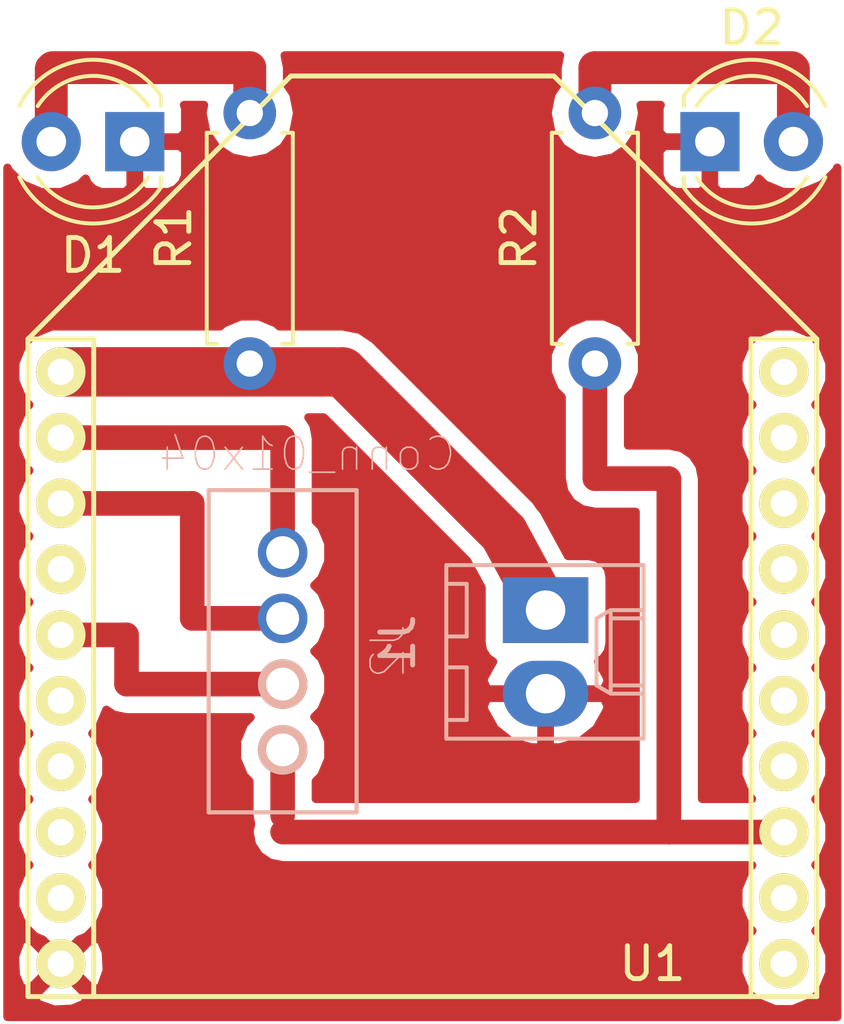
<source format=kicad_pcb>
(kicad_pcb (version 4) (host pcbnew 4.0.7-e2-6376~58~ubuntu16.04.1)

  (general
    (links 12)
    (no_connects 0)
    (area 0 0 0 0)
    (thickness 1.6)
    (drawings 5)
    (tracks 31)
    (zones 0)
    (modules 7)
    (nets 9)
  )

  (page A4)
  (layers
    (0 F.Cu signal)
    (31 B.Cu signal)
    (32 B.Adhes user)
    (33 F.Adhes user)
    (34 B.Paste user)
    (35 F.Paste user)
    (36 B.SilkS user)
    (37 F.SilkS user)
    (38 B.Mask user)
    (39 F.Mask user)
    (40 Dwgs.User user)
    (41 Cmts.User user)
    (42 Eco1.User user)
    (43 Eco2.User user)
    (44 Edge.Cuts user)
    (45 Margin user)
    (46 B.CrtYd user)
    (47 F.CrtYd user)
    (48 B.Fab user)
    (49 F.Fab user)
  )

  (setup
    (last_trace_width 0.75)
    (trace_clearance 0.25)
    (zone_clearance 0.508)
    (zone_45_only no)
    (trace_min 0.2)
    (segment_width 0.2)
    (edge_width 0.15)
    (via_size 0.6)
    (via_drill 0.4)
    (via_min_size 0.4)
    (via_min_drill 0.3)
    (uvia_size 0.3)
    (uvia_drill 0.1)
    (uvias_allowed no)
    (uvia_min_size 0.2)
    (uvia_min_drill 0.1)
    (pcb_text_width 0.3)
    (pcb_text_size 1.5 1.5)
    (mod_edge_width 0.15)
    (mod_text_size 1 1)
    (mod_text_width 0.15)
    (pad_size 1.524 1.524)
    (pad_drill 0.762)
    (pad_to_mask_clearance 0.2)
    (aux_axis_origin 0 0)
    (visible_elements FFFFFF7F)
    (pcbplotparams
      (layerselection 0x00030_80000001)
      (usegerberextensions false)
      (excludeedgelayer true)
      (linewidth 0.100000)
      (plotframeref false)
      (viasonmask false)
      (mode 1)
      (useauxorigin false)
      (hpglpennumber 1)
      (hpglpenspeed 20)
      (hpglpendiameter 15)
      (hpglpenoverlay 2)
      (psnegative false)
      (psa4output false)
      (plotreference true)
      (plotvalue true)
      (plotinvisibletext false)
      (padsonsilk false)
      (subtractmaskfromsilk false)
      (outputformat 1)
      (mirror false)
      (drillshape 1)
      (scaleselection 1)
      (outputdirectory ""))
  )

  (net 0 "")
  (net 1 GND)
  (net 2 "Net-(D1-Pad2)")
  (net 3 "Net-(D2-Pad2)")
  (net 4 +3V3)
  (net 5 /ON)
  (net 6 /nRESET)
  (net 7 /RX)
  (net 8 /TX)

  (net_class Default "This is the default net class."
    (clearance 0.25)
    (trace_width 0.75)
    (via_dia 0.6)
    (via_drill 0.4)
    (uvia_dia 0.3)
    (uvia_drill 0.1)
    (add_net /ON)
    (add_net /RX)
    (add_net /TX)
    (add_net /nRESET)
    (add_net "Net-(D1-Pad2)")
    (add_net "Net-(D2-Pad2)")
  )

  (net_class PWR ""
    (clearance 0.25)
    (trace_width 1.5)
    (via_dia 0.6)
    (via_drill 0.4)
    (uvia_dia 0.3)
    (uvia_drill 0.1)
    (add_net +3V3)
    (add_net GND)
  )

  (module LEDs:LED_D4.0mm locked (layer F.Cu) (tedit 587A3A7B) (tstamp 5A05D018)
    (at 150.75 98 180)
    (descr "LED, diameter 4.0mm, 2 pins, http://www.kingbright.com/attachments/file/psearch/000/00/00/L-43GD(Ver.12B).pdf")
    (tags "LED diameter 4.0mm 2 pins")
    (path /5A05C8B2)
    (fp_text reference D1 (at 1.27 -3.46 180) (layer F.SilkS)
      (effects (font (size 1 1) (thickness 0.15)))
    )
    (fp_text value LED (at 1.27 3.46 180) (layer F.Fab)
      (effects (font (size 1 1) (thickness 0.15)))
    )
    (fp_arc (start 1.27 0) (end -0.73 -1.32665) (angle 292.9) (layer F.Fab) (width 0.1))
    (fp_arc (start 1.27 0) (end -0.79 -1.398749) (angle 120.1) (layer F.SilkS) (width 0.12))
    (fp_arc (start 1.27 0) (end -0.79 1.398749) (angle -120.1) (layer F.SilkS) (width 0.12))
    (fp_arc (start 1.27 0) (end -0.41333 -1.08) (angle 114.6) (layer F.SilkS) (width 0.12))
    (fp_arc (start 1.27 0) (end -0.41333 1.08) (angle -114.6) (layer F.SilkS) (width 0.12))
    (fp_circle (center 1.27 0) (end 3.27 0) (layer F.Fab) (width 0.1))
    (fp_line (start -0.73 -1.32665) (end -0.73 1.32665) (layer F.Fab) (width 0.1))
    (fp_line (start -0.79 -1.399) (end -0.79 -1.08) (layer F.SilkS) (width 0.12))
    (fp_line (start -0.79 1.08) (end -0.79 1.399) (layer F.SilkS) (width 0.12))
    (fp_line (start -1.45 -2.75) (end -1.45 2.75) (layer F.CrtYd) (width 0.05))
    (fp_line (start -1.45 2.75) (end 4 2.75) (layer F.CrtYd) (width 0.05))
    (fp_line (start 4 2.75) (end 4 -2.75) (layer F.CrtYd) (width 0.05))
    (fp_line (start 4 -2.75) (end -1.45 -2.75) (layer F.CrtYd) (width 0.05))
    (pad 1 thru_hole rect (at 0 0 180) (size 1.8 1.8) (drill 0.9) (layers *.Cu *.Mask)
      (net 1 GND))
    (pad 2 thru_hole circle (at 2.54 0 180) (size 1.8 1.8) (drill 0.9) (layers *.Cu *.Mask)
      (net 2 "Net-(D1-Pad2)"))
    (model ${KISYS3DMOD}/LEDs.3dshapes/LED_D4.0mm.wrl
      (at (xyz 0 0 0))
      (scale (xyz 0.393701 0.393701 0.393701))
      (rotate (xyz 0 0 0))
    )
  )

  (module LEDs:LED_D4.0mm (layer F.Cu) (tedit 587A3A7B) (tstamp 5A05D01E)
    (at 168.25 98)
    (descr "LED, diameter 4.0mm, 2 pins, http://www.kingbright.com/attachments/file/psearch/000/00/00/L-43GD(Ver.12B).pdf")
    (tags "LED diameter 4.0mm 2 pins")
    (path /5A05C819)
    (fp_text reference D2 (at 1.27 -3.46) (layer F.SilkS)
      (effects (font (size 1 1) (thickness 0.15)))
    )
    (fp_text value LED (at 1.27 3.46) (layer F.Fab)
      (effects (font (size 1 1) (thickness 0.15)))
    )
    (fp_arc (start 1.27 0) (end -0.73 -1.32665) (angle 292.9) (layer F.Fab) (width 0.1))
    (fp_arc (start 1.27 0) (end -0.79 -1.398749) (angle 120.1) (layer F.SilkS) (width 0.12))
    (fp_arc (start 1.27 0) (end -0.79 1.398749) (angle -120.1) (layer F.SilkS) (width 0.12))
    (fp_arc (start 1.27 0) (end -0.41333 -1.08) (angle 114.6) (layer F.SilkS) (width 0.12))
    (fp_arc (start 1.27 0) (end -0.41333 1.08) (angle -114.6) (layer F.SilkS) (width 0.12))
    (fp_circle (center 1.27 0) (end 3.27 0) (layer F.Fab) (width 0.1))
    (fp_line (start -0.73 -1.32665) (end -0.73 1.32665) (layer F.Fab) (width 0.1))
    (fp_line (start -0.79 -1.399) (end -0.79 -1.08) (layer F.SilkS) (width 0.12))
    (fp_line (start -0.79 1.08) (end -0.79 1.399) (layer F.SilkS) (width 0.12))
    (fp_line (start -1.45 -2.75) (end -1.45 2.75) (layer F.CrtYd) (width 0.05))
    (fp_line (start -1.45 2.75) (end 4 2.75) (layer F.CrtYd) (width 0.05))
    (fp_line (start 4 2.75) (end 4 -2.75) (layer F.CrtYd) (width 0.05))
    (fp_line (start 4 -2.75) (end -1.45 -2.75) (layer F.CrtYd) (width 0.05))
    (pad 1 thru_hole rect (at 0 0) (size 1.8 1.8) (drill 0.9) (layers *.Cu *.Mask)
      (net 1 GND))
    (pad 2 thru_hole circle (at 2.54 0) (size 1.8 1.8) (drill 0.9) (layers *.Cu *.Mask)
      (net 3 "Net-(D2-Pad2)"))
    (model ${KISYS3DMOD}/LEDs.3dshapes/LED_D4.0mm.wrl
      (at (xyz 0 0 0))
      (scale (xyz 0.393701 0.393701 0.393701))
      (rotate (xyz 0 0 0))
    )
  )

  (module Connectors_Molex:Molex_KK-6410-02_02x2.54mm_Straight (layer B.Cu) (tedit 5A05D39D) (tstamp 5A05D024)
    (at 163.25 112.25 270)
    (descr "Connector Headers with Friction Lock, 22-27-2021, http://www.molex.com/pdm_docs/sd/022272021_sd.pdf")
    (tags "connector molex kk_6410 22-27-2021")
    (path /5A05C6D4)
    (fp_text reference J1 (at 1 4.5 270) (layer B.SilkS)
      (effects (font (size 1 1) (thickness 0.15)) (justify mirror))
    )
    (fp_text value Conn_01x02 (at -3.25 0.25 540) (layer B.Fab)
      (effects (font (size 1 1) (thickness 0.15)) (justify mirror))
    )
    (fp_line (start -1.47 3.12) (end -1.47 -3.08) (layer B.Fab) (width 0.12))
    (fp_line (start -1.47 -3.08) (end 4.01 -3.08) (layer B.Fab) (width 0.12))
    (fp_line (start 4.01 -3.08) (end 4.01 3.12) (layer B.Fab) (width 0.12))
    (fp_line (start 4.01 3.12) (end -1.47 3.12) (layer B.Fab) (width 0.12))
    (fp_line (start -1.37 3.02) (end -1.37 -2.98) (layer B.SilkS) (width 0.12))
    (fp_line (start -1.37 -2.98) (end 3.91 -2.98) (layer B.SilkS) (width 0.12))
    (fp_line (start 3.91 -2.98) (end 3.91 3.02) (layer B.SilkS) (width 0.12))
    (fp_line (start 3.91 3.02) (end -1.37 3.02) (layer B.SilkS) (width 0.12))
    (fp_line (start 0 -2.98) (end 0 -1.98) (layer B.SilkS) (width 0.12))
    (fp_line (start 0 -1.98) (end 2.54 -1.98) (layer B.SilkS) (width 0.12))
    (fp_line (start 2.54 -1.98) (end 2.54 -2.98) (layer B.SilkS) (width 0.12))
    (fp_line (start 0 -1.98) (end 0.25 -1.55) (layer B.SilkS) (width 0.12))
    (fp_line (start 0.25 -1.55) (end 2.29 -1.55) (layer B.SilkS) (width 0.12))
    (fp_line (start 2.29 -1.55) (end 2.54 -1.98) (layer B.SilkS) (width 0.12))
    (fp_line (start 0.25 -2.98) (end 0.25 -1.98) (layer B.SilkS) (width 0.12))
    (fp_line (start 2.29 -2.98) (end 2.29 -1.98) (layer B.SilkS) (width 0.12))
    (fp_line (start -0.8 3.02) (end -0.8 2.4) (layer B.SilkS) (width 0.12))
    (fp_line (start -0.8 2.4) (end 0.8 2.4) (layer B.SilkS) (width 0.12))
    (fp_line (start 0.8 2.4) (end 0.8 3.02) (layer B.SilkS) (width 0.12))
    (fp_line (start 1.74 3.02) (end 1.74 2.4) (layer B.SilkS) (width 0.12))
    (fp_line (start 1.74 2.4) (end 3.34 2.4) (layer B.SilkS) (width 0.12))
    (fp_line (start 3.34 2.4) (end 3.34 3.02) (layer B.SilkS) (width 0.12))
    (fp_line (start -1.9 -3.5) (end -1.9 3.55) (layer B.CrtYd) (width 0.05))
    (fp_line (start -1.9 3.55) (end 4.45 3.55) (layer B.CrtYd) (width 0.05))
    (fp_line (start 4.45 3.55) (end 4.45 -3.5) (layer B.CrtYd) (width 0.05))
    (fp_line (start 4.45 -3.5) (end -1.9 -3.5) (layer B.CrtYd) (width 0.05))
    (fp_text user %R (at 1.27 0 270) (layer B.Fab)
      (effects (font (size 1 1) (thickness 0.15)) (justify mirror))
    )
    (pad 1 thru_hole rect (at 0 0 270) (size 2 2.6) (drill 1.2) (layers *.Cu *.Mask)
      (net 4 +3V3))
    (pad 2 thru_hole oval (at 2.54 0 270) (size 2 2.6) (drill 1.2) (layers *.Cu *.Mask)
      (net 1 GND))
    (model ${KISYS3DMOD}/Connectors_Molex.3dshapes/Molex_KK-6410-02_02x2.54mm_Straight.wrl
      (at (xyz 0 0 0))
      (scale (xyz 1 1 1))
      (rotate (xyz 0 0 0))
    )
  )

  (module ecoPlanos_custom:JST_PHR-4 (layer B.Cu) (tedit 5A05D3A6) (tstamp 5A05D02C)
    (at 155.25 113.5 90)
    (path /5A05C721)
    (solder_mask_margin 0.1)
    (fp_text reference J2 (at 0 3.2 90) (layer B.SilkS)
      (effects (font (size 1 1) (thickness 0.05)) (justify mirror))
    )
    (fp_text value Conn_01x04 (at 6 0.75 360) (layer B.SilkS)
      (effects (font (size 1 1) (thickness 0.05)) (justify mirror))
    )
    (fp_line (start -4.9 2.25) (end 4.9 2.25) (layer B.SilkS) (width 0.127))
    (fp_line (start 4.9 2.25) (end 4.9 -2.25) (layer B.SilkS) (width 0.127))
    (fp_line (start 4.9 -2.25) (end -4.9 -2.25) (layer B.SilkS) (width 0.127))
    (fp_line (start -4.9 -2.25) (end -4.9 2.25) (layer B.SilkS) (width 0.127))
    (fp_line (start -5.25 2.5) (end 5.25 2.5) (layer Dwgs.User) (width 0.127))
    (fp_line (start 5.25 2.5) (end 5.25 -2.5) (layer Dwgs.User) (width 0.127))
    (fp_line (start 5.25 -2.5) (end -5.25 -2.5) (layer Dwgs.User) (width 0.127))
    (fp_line (start -5.25 -2.5) (end -5.25 2.5) (layer Dwgs.User) (width 0.127))
    (pad 1 thru_hole circle (at -3 0) (size 1.508 1.508) (drill 1) (layers *.Cu *.Mask B.SilkS)
      (net 5 /ON) (solder_mask_margin 0.2))
    (pad 2 thru_hole circle (at -1 0) (size 1.508 1.508) (drill 1) (layers *.Cu *.Mask B.SilkS)
      (net 6 /nRESET) (solder_mask_margin 0.2))
    (pad 3 thru_hole circle (at 1 0 90) (size 1.508 1.508) (drill 1) (layers *.Cu *.Mask)
      (net 7 /RX))
    (pad 4 thru_hole circle (at 3 0 90) (size 1.508 1.508) (drill 1) (layers *.Cu *.Mask)
      (net 8 /TX))
  )

  (module Resistors_THT:R_Axial_DIN0207_L6.3mm_D2.5mm_P7.62mm_Horizontal (layer F.Cu) (tedit 5874F706) (tstamp 5A05D032)
    (at 154.25 104.75 90)
    (descr "Resistor, Axial_DIN0207 series, Axial, Horizontal, pin pitch=7.62mm, 0.25W = 1/4W, length*diameter=6.3*2.5mm^2, http://cdn-reichelt.de/documents/datenblatt/B400/1_4W%23YAG.pdf")
    (tags "Resistor Axial_DIN0207 series Axial Horizontal pin pitch 7.62mm 0.25W = 1/4W length 6.3mm diameter 2.5mm")
    (path /5A05C9A8)
    (fp_text reference R1 (at 3.81 -2.31 90) (layer F.SilkS)
      (effects (font (size 1 1) (thickness 0.15)))
    )
    (fp_text value R (at 3.81 2.31 90) (layer F.Fab)
      (effects (font (size 1 1) (thickness 0.15)))
    )
    (fp_line (start 0.66 -1.25) (end 0.66 1.25) (layer F.Fab) (width 0.1))
    (fp_line (start 0.66 1.25) (end 6.96 1.25) (layer F.Fab) (width 0.1))
    (fp_line (start 6.96 1.25) (end 6.96 -1.25) (layer F.Fab) (width 0.1))
    (fp_line (start 6.96 -1.25) (end 0.66 -1.25) (layer F.Fab) (width 0.1))
    (fp_line (start 0 0) (end 0.66 0) (layer F.Fab) (width 0.1))
    (fp_line (start 7.62 0) (end 6.96 0) (layer F.Fab) (width 0.1))
    (fp_line (start 0.6 -0.98) (end 0.6 -1.31) (layer F.SilkS) (width 0.12))
    (fp_line (start 0.6 -1.31) (end 7.02 -1.31) (layer F.SilkS) (width 0.12))
    (fp_line (start 7.02 -1.31) (end 7.02 -0.98) (layer F.SilkS) (width 0.12))
    (fp_line (start 0.6 0.98) (end 0.6 1.31) (layer F.SilkS) (width 0.12))
    (fp_line (start 0.6 1.31) (end 7.02 1.31) (layer F.SilkS) (width 0.12))
    (fp_line (start 7.02 1.31) (end 7.02 0.98) (layer F.SilkS) (width 0.12))
    (fp_line (start -1.05 -1.6) (end -1.05 1.6) (layer F.CrtYd) (width 0.05))
    (fp_line (start -1.05 1.6) (end 8.7 1.6) (layer F.CrtYd) (width 0.05))
    (fp_line (start 8.7 1.6) (end 8.7 -1.6) (layer F.CrtYd) (width 0.05))
    (fp_line (start 8.7 -1.6) (end -1.05 -1.6) (layer F.CrtYd) (width 0.05))
    (pad 1 thru_hole circle (at 0 0 90) (size 1.6 1.6) (drill 0.8) (layers *.Cu *.Mask)
      (net 4 +3V3))
    (pad 2 thru_hole oval (at 7.62 0 90) (size 1.6 1.6) (drill 0.8) (layers *.Cu *.Mask)
      (net 2 "Net-(D1-Pad2)"))
    (model ${KISYS3DMOD}/Resistors_THT.3dshapes/R_Axial_DIN0207_L6.3mm_D2.5mm_P7.62mm_Horizontal.wrl
      (at (xyz 0 0 0))
      (scale (xyz 0.393701 0.393701 0.393701))
      (rotate (xyz 0 0 0))
    )
  )

  (module Resistors_THT:R_Axial_DIN0207_L6.3mm_D2.5mm_P7.62mm_Horizontal locked (layer F.Cu) (tedit 5874F706) (tstamp 5A05D038)
    (at 164.75 104.75 90)
    (descr "Resistor, Axial_DIN0207 series, Axial, Horizontal, pin pitch=7.62mm, 0.25W = 1/4W, length*diameter=6.3*2.5mm^2, http://cdn-reichelt.de/documents/datenblatt/B400/1_4W%23YAG.pdf")
    (tags "Resistor Axial_DIN0207 series Axial Horizontal pin pitch 7.62mm 0.25W = 1/4W length 6.3mm diameter 2.5mm")
    (path /5A05C933)
    (fp_text reference R2 (at 3.81 -2.31 90) (layer F.SilkS)
      (effects (font (size 1 1) (thickness 0.15)))
    )
    (fp_text value R (at 3.81 2.31 90) (layer F.Fab)
      (effects (font (size 1 1) (thickness 0.15)))
    )
    (fp_line (start 0.66 -1.25) (end 0.66 1.25) (layer F.Fab) (width 0.1))
    (fp_line (start 0.66 1.25) (end 6.96 1.25) (layer F.Fab) (width 0.1))
    (fp_line (start 6.96 1.25) (end 6.96 -1.25) (layer F.Fab) (width 0.1))
    (fp_line (start 6.96 -1.25) (end 0.66 -1.25) (layer F.Fab) (width 0.1))
    (fp_line (start 0 0) (end 0.66 0) (layer F.Fab) (width 0.1))
    (fp_line (start 7.62 0) (end 6.96 0) (layer F.Fab) (width 0.1))
    (fp_line (start 0.6 -0.98) (end 0.6 -1.31) (layer F.SilkS) (width 0.12))
    (fp_line (start 0.6 -1.31) (end 7.02 -1.31) (layer F.SilkS) (width 0.12))
    (fp_line (start 7.02 -1.31) (end 7.02 -0.98) (layer F.SilkS) (width 0.12))
    (fp_line (start 0.6 0.98) (end 0.6 1.31) (layer F.SilkS) (width 0.12))
    (fp_line (start 0.6 1.31) (end 7.02 1.31) (layer F.SilkS) (width 0.12))
    (fp_line (start 7.02 1.31) (end 7.02 0.98) (layer F.SilkS) (width 0.12))
    (fp_line (start -1.05 -1.6) (end -1.05 1.6) (layer F.CrtYd) (width 0.05))
    (fp_line (start -1.05 1.6) (end 8.7 1.6) (layer F.CrtYd) (width 0.05))
    (fp_line (start 8.7 1.6) (end 8.7 -1.6) (layer F.CrtYd) (width 0.05))
    (fp_line (start 8.7 -1.6) (end -1.05 -1.6) (layer F.CrtYd) (width 0.05))
    (pad 1 thru_hole circle (at 0 0 90) (size 1.6 1.6) (drill 0.8) (layers *.Cu *.Mask)
      (net 5 /ON))
    (pad 2 thru_hole oval (at 7.62 0 90) (size 1.6 1.6) (drill 0.8) (layers *.Cu *.Mask)
      (net 3 "Net-(D2-Pad2)"))
    (model ${KISYS3DMOD}/Resistors_THT.3dshapes/R_Axial_DIN0207_L6.3mm_D2.5mm_P7.62mm_Horizontal.wrl
      (at (xyz 0 0 0))
      (scale (xyz 0.393701 0.393701 0.393701))
      (rotate (xyz 0 0 0))
    )
  )

  (module unchecked:XBEE (layer F.Cu) (tedit 5590533B) (tstamp 5A05D050)
    (at 148.5011 105.0036)
    (path /5A05AB64)
    (fp_text reference U1 (at 18 18) (layer F.SilkS)
      (effects (font (size 1 1) (thickness 0.15)))
    )
    (fp_text value XBEE (at 3 18) (layer F.Fab)
      (effects (font (size 1 1) (thickness 0.15)))
    )
    (fp_line (start 21 19) (end 21 -1) (layer F.SilkS) (width 0.15))
    (fp_line (start 21 -1) (end 23 -1) (layer F.SilkS) (width 0.15))
    (fp_line (start 1 19) (end 1 -1) (layer F.SilkS) (width 0.15))
    (fp_line (start 1 -1) (end -1 -1) (layer F.SilkS) (width 0.15))
    (fp_line (start -1 19) (end -1 -1) (layer F.SilkS) (width 0.15))
    (fp_line (start -1 -1) (end 7 -9) (layer F.SilkS) (width 0.15))
    (fp_line (start 7 -9) (end 15 -9) (layer F.SilkS) (width 0.15))
    (fp_line (start -1 19) (end 23 19) (layer F.SilkS) (width 0.15))
    (fp_line (start 23 19) (end 23 -1) (layer F.SilkS) (width 0.15))
    (fp_line (start 23 -1) (end 15 -9) (layer F.SilkS) (width 0.15))
    (pad 1 thru_hole circle (at 0 0) (size 1.5 1.5) (drill 0.8) (layers *.Cu *.Mask F.SilkS)
      (net 4 +3V3))
    (pad 2 thru_hole circle (at 0 2) (size 1.5 1.5) (drill 0.8) (layers *.Cu *.Mask F.SilkS)
      (net 8 /TX))
    (pad 3 thru_hole circle (at 0 4) (size 1.5 1.5) (drill 0.8) (layers *.Cu *.Mask F.SilkS)
      (net 7 /RX))
    (pad 4 thru_hole circle (at 0 6) (size 1.5 1.5) (drill 0.8) (layers *.Cu *.Mask F.SilkS))
    (pad 5 thru_hole circle (at 0 8) (size 1.5 1.5) (drill 0.8) (layers *.Cu *.Mask F.SilkS)
      (net 6 /nRESET))
    (pad 6 thru_hole circle (at 0 10) (size 1.5 1.5) (drill 0.8) (layers *.Cu *.Mask F.SilkS))
    (pad 7 thru_hole circle (at 0 12) (size 1.5 1.5) (drill 0.8) (layers *.Cu *.Mask F.SilkS))
    (pad 8 thru_hole circle (at 0 14) (size 1.5 1.5) (drill 0.8) (layers *.Cu *.Mask F.SilkS))
    (pad 9 thru_hole circle (at 0 16) (size 1.5 1.5) (drill 0.8) (layers *.Cu *.Mask F.SilkS))
    (pad 10 thru_hole circle (at 0 18) (size 1.5 1.5) (drill 0.8) (layers *.Cu *.Mask F.SilkS)
      (net 1 GND))
    (pad 11 thru_hole circle (at 22 18) (size 1.5 1.5) (drill 0.8) (layers *.Cu *.Mask F.SilkS))
    (pad 12 thru_hole circle (at 22 16) (size 1.5 1.5) (drill 0.8) (layers *.Cu *.Mask F.SilkS))
    (pad 13 thru_hole circle (at 22 14) (size 1.5 1.5) (drill 0.8) (layers *.Cu *.Mask F.SilkS)
      (net 5 /ON))
    (pad 14 thru_hole circle (at 22 12) (size 1.5 1.5) (drill 0.8) (layers *.Cu *.Mask F.SilkS))
    (pad 15 thru_hole circle (at 22 10) (size 1.5 1.5) (drill 0.8) (layers *.Cu *.Mask F.SilkS))
    (pad 16 thru_hole circle (at 22 8) (size 1.5 1.5) (drill 0.8) (layers *.Cu *.Mask F.SilkS))
    (pad 17 thru_hole circle (at 22 6) (size 1.5 1.5) (drill 0.8) (layers *.Cu *.Mask F.SilkS))
    (pad 18 thru_hole circle (at 22 4) (size 1.5 1.5) (drill 0.8) (layers *.Cu *.Mask F.SilkS))
    (pad 19 thru_hole circle (at 22 2) (size 1.5 1.5) (drill 0.8) (layers *.Cu *.Mask F.SilkS))
    (pad 20 thru_hole circle (at 22 0) (size 1.5 1.5) (drill 0.8) (layers *.Cu *.Mask F.SilkS))
  )

  (gr_line (start 172.25 95.25) (end 146.75 95.25) (angle 90) (layer Margin) (width 0.2))
  (gr_line (start 172.25 124.75) (end 157.25 124.75) (angle 90) (layer Margin) (width 0.2))
  (gr_line (start 172.25 95.25) (end 172.25 124.75) (angle 90) (layer Margin) (width 0.2))
  (gr_line (start 146.75 124.75) (end 146.75 95.25) (angle 90) (layer Margin) (width 0.2))
  (gr_line (start 157.25 124.75) (end 146.75 124.75) (angle 90) (layer Margin) (width 0.2))

  (segment (start 154.25 95.75) (end 154.25 97.13) (width 1) (layer F.Cu) (net 2) (tstamp 5A05D4FA))
  (segment (start 148.25 95.75) (end 154.25 95.75) (width 1) (layer F.Cu) (net 2) (tstamp 5A05D4F9))
  (segment (start 148.21 95.79) (end 148.25 95.75) (width 0.25) (layer F.Cu) (net 2) (tstamp 5A05D4F8))
  (segment (start 148.21 98) (end 148.21 95.79) (width 1) (layer F.Cu) (net 2))
  (segment (start 164.75 95.75) (end 164.75 97.13) (width 1) (layer F.Cu) (net 3) (tstamp 5A05D4F5))
  (segment (start 170.75 95.75) (end 164.75 95.75) (width 1) (layer F.Cu) (net 3) (tstamp 5A05D4F4))
  (segment (start 170.79 95.79) (end 170.75 95.75) (width 0.25) (layer F.Cu) (net 3) (tstamp 5A05D4F3))
  (segment (start 170.79 98) (end 170.79 95.79) (width 1) (layer F.Cu) (net 3))
  (segment (start 148.5011 105.0036) (end 157.0736 105.0036) (width 1.5) (layer F.Cu) (net 4) (status 400000))
  (segment (start 161.98 109.91) (end 163.25 112.25) (width 1.5) (layer F.Cu) (net 4) (tstamp 5A0CEFAB) (status 800000))
  (segment (start 157.0736 105.0036) (end 161.98 109.91) (width 1.5) (layer F.Cu) (net 4) (tstamp 5A0CEF96))
  (segment (start 153.9964 105.0036) (end 154.25 104.75) (width 0.25) (layer F.Cu) (net 4) (tstamp 5A05D4DE))
  (segment (start 148.5011 105.0036) (end 153.9964 105.0036) (width 1.5) (layer F.Cu) (net 4))
  (segment (start 167 108.25) (end 167 119) (width 0.75) (layer F.Cu) (net 5) (tstamp 5A05D566))
  (segment (start 164.75 108.25) (end 167 108.25) (width 0.75) (layer F.Cu) (net 5) (tstamp 5A05D565))
  (segment (start 164.75 104.75) (end 164.75 108.25) (width 0.75) (layer F.Cu) (net 5))
  (segment (start 167 119) (end 169.9975 119) (width 0.75) (layer F.Cu) (net 5) (tstamp 5A05D569))
  (segment (start 155.25 119) (end 167 119) (width 0.75) (layer F.Cu) (net 5) (tstamp 5A05D4EC))
  (segment (start 155.25 118.5) (end 155.25 119) (width 0.25) (layer F.Cu) (net 5) (tstamp 5A05D4EB))
  (segment (start 155.25 116.5) (end 155.25 118.5) (width 0.75) (layer F.Cu) (net 5))
  (segment (start 150.4964 113.0036) (end 148.5011 113.0036) (width 0.75) (layer F.Cu) (net 6) (tstamp 5A05D4E8))
  (segment (start 150.5 113) (end 150.4964 113.0036) (width 0.25) (layer F.Cu) (net 6) (tstamp 5A05D4E7))
  (segment (start 150.5 114.5) (end 150.5 113) (width 0.75) (layer F.Cu) (net 6) (tstamp 5A05D4E6))
  (segment (start 155.25 114.5) (end 150.5 114.5) (width 0.75) (layer F.Cu) (net 6))
  (segment (start 152.4964 109.0036) (end 148.5011 109.0036) (width 0.75) (layer F.Cu) (net 7) (tstamp 5A05D4E3))
  (segment (start 152.5 109) (end 152.4964 109.0036) (width 0.25) (layer F.Cu) (net 7) (tstamp 5A05D4E2))
  (segment (start 152.5 112.5) (end 152.5 109) (width 0.75) (layer F.Cu) (net 7) (tstamp 5A05D4E1))
  (segment (start 155.25 112.5) (end 152.5 112.5) (width 0.75) (layer F.Cu) (net 7))
  (segment (start 155.2464 107.0036) (end 148.5011 107.0036) (width 0.75) (layer F.Cu) (net 8) (tstamp 5A05D4DB))
  (segment (start 155.25 107) (end 155.2464 107.0036) (width 0.25) (layer F.Cu) (net 8) (tstamp 5A05D4DA))
  (segment (start 155.25 110.5) (end 155.25 107) (width 0.75) (layer F.Cu) (net 8))

  (zone (net 1) (net_name GND) (layer F.Cu) (tstamp 5A05D56B) (hatch edge 0.508)
    (connect_pads (clearance 0.508))
    (min_thickness 0.254)
    (fill yes (arc_segments 16) (thermal_gap 0.508) (thermal_bridge_width 0.508))
    (polygon
      (pts
        (xy 146.75 95.25) (xy 172.25 95.25) (xy 172.25 124.75) (xy 146.75 124.75)
      )
    )
    (filled_polygon
      (pts
        (xy 163.615 95.75) (xy 163.615 96.267233) (xy 163.424233 96.552736) (xy 163.315 97.101887) (xy 163.315 97.158113)
        (xy 163.424233 97.707264) (xy 163.735302 98.172811) (xy 164.200849 98.48388) (xy 164.75 98.593113) (xy 165.299151 98.48388)
        (xy 165.595673 98.28575) (xy 166.715 98.28575) (xy 166.715 99.02631) (xy 166.811673 99.259699) (xy 166.990302 99.438327)
        (xy 167.223691 99.535) (xy 167.96425 99.535) (xy 168.123 99.37625) (xy 168.123 98.127) (xy 166.87375 98.127)
        (xy 166.715 98.28575) (xy 165.595673 98.28575) (xy 165.764698 98.172811) (xy 166.075767 97.707264) (xy 166.185 97.158113)
        (xy 166.185 97.101887) (xy 166.141858 96.885) (xy 166.751737 96.885) (xy 166.715 96.97369) (xy 166.715 97.71425)
        (xy 166.87375 97.873) (xy 168.123 97.873) (xy 168.123 97.853) (xy 168.377 97.853) (xy 168.377 97.873)
        (xy 168.397 97.873) (xy 168.397 98.127) (xy 168.377 98.127) (xy 168.377 99.37625) (xy 168.53575 99.535)
        (xy 169.276309 99.535) (xy 169.509698 99.438327) (xy 169.688327 99.259699) (xy 169.744119 99.125006) (xy 169.919357 99.300551)
        (xy 170.48333 99.534733) (xy 171.093991 99.535265) (xy 171.658371 99.302068) (xy 172.090551 98.870643) (xy 172.123 98.792497)
        (xy 172.123 124.623) (xy 146.877 124.623) (xy 146.877 123.975117) (xy 147.709188 123.975117) (xy 147.777177 124.21606)
        (xy 148.296271 124.400801) (xy 148.846548 124.37283) (xy 149.225023 124.21606) (xy 149.293012 123.975117) (xy 148.5011 123.183205)
        (xy 147.709188 123.975117) (xy 146.877 123.975117) (xy 146.877 122.798771) (xy 147.103899 122.798771) (xy 147.13187 123.349048)
        (xy 147.28864 123.727523) (xy 147.529583 123.795512) (xy 148.321495 123.0036) (xy 148.680705 123.0036) (xy 149.472617 123.795512)
        (xy 149.71356 123.727523) (xy 149.898301 123.208429) (xy 149.87033 122.658152) (xy 149.71356 122.279677) (xy 149.472617 122.211688)
        (xy 148.680705 123.0036) (xy 148.321495 123.0036) (xy 147.529583 122.211688) (xy 147.28864 122.279677) (xy 147.103899 122.798771)
        (xy 146.877 122.798771) (xy 146.877 105.277885) (xy 147.11586 105.277885) (xy 147.326269 105.787115) (xy 147.542413 106.003636)
        (xy 147.327639 106.218036) (xy 147.116341 106.726898) (xy 147.11586 107.277885) (xy 147.326269 107.787115) (xy 147.542413 108.003636)
        (xy 147.327639 108.218036) (xy 147.116341 108.726898) (xy 147.11586 109.277885) (xy 147.326269 109.787115) (xy 147.542413 110.003636)
        (xy 147.327639 110.218036) (xy 147.116341 110.726898) (xy 147.11586 111.277885) (xy 147.326269 111.787115) (xy 147.542413 112.003636)
        (xy 147.327639 112.218036) (xy 147.116341 112.726898) (xy 147.11586 113.277885) (xy 147.326269 113.787115) (xy 147.542413 114.003636)
        (xy 147.327639 114.218036) (xy 147.116341 114.726898) (xy 147.11586 115.277885) (xy 147.326269 115.787115) (xy 147.542413 116.003636)
        (xy 147.327639 116.218036) (xy 147.116341 116.726898) (xy 147.11586 117.277885) (xy 147.326269 117.787115) (xy 147.542413 118.003636)
        (xy 147.327639 118.218036) (xy 147.116341 118.726898) (xy 147.11586 119.277885) (xy 147.326269 119.787115) (xy 147.542413 120.003636)
        (xy 147.327639 120.218036) (xy 147.116341 120.726898) (xy 147.11586 121.277885) (xy 147.326269 121.787115) (xy 147.715536 122.177061)
        (xy 147.952606 122.275501) (xy 148.5011 122.823995) (xy 149.049528 122.275567) (xy 149.284615 122.178431) (xy 149.674561 121.789164)
        (xy 149.885859 121.280302) (xy 149.88634 120.729315) (xy 149.675931 120.220085) (xy 149.459787 120.003564) (xy 149.674561 119.789164)
        (xy 149.885859 119.280302) (xy 149.88634 118.729315) (xy 149.675931 118.220085) (xy 149.459787 118.003564) (xy 149.674561 117.789164)
        (xy 149.885859 117.280302) (xy 149.88634 116.729315) (xy 149.675931 116.220085) (xy 149.459787 116.003564) (xy 149.674561 115.789164)
        (xy 149.885625 115.280864) (xy 150.11349 115.433118) (xy 150.5 115.51) (xy 154.275671 115.51) (xy 154.07315 115.712167)
        (xy 153.861242 116.222499) (xy 153.86076 116.775077) (xy 154.071777 117.285777) (xy 154.24 117.454294) (xy 154.24 118.5)
        (xy 154.289728 118.75) (xy 154.24 119) (xy 154.316882 119.38651) (xy 154.535822 119.714178) (xy 154.86349 119.933118)
        (xy 155.25 120.01) (xy 169.536038 120.01) (xy 169.327639 120.218036) (xy 169.116341 120.726898) (xy 169.11586 121.277885)
        (xy 169.326269 121.787115) (xy 169.542413 122.003636) (xy 169.327639 122.218036) (xy 169.116341 122.726898) (xy 169.11586 123.277885)
        (xy 169.326269 123.787115) (xy 169.715536 124.177061) (xy 170.224398 124.388359) (xy 170.775385 124.38884) (xy 171.284615 124.178431)
        (xy 171.674561 123.789164) (xy 171.885859 123.280302) (xy 171.88634 122.729315) (xy 171.675931 122.220085) (xy 171.459787 122.003564)
        (xy 171.674561 121.789164) (xy 171.885859 121.280302) (xy 171.88634 120.729315) (xy 171.675931 120.220085) (xy 171.459787 120.003564)
        (xy 171.674561 119.789164) (xy 171.885859 119.280302) (xy 171.88634 118.729315) (xy 171.675931 118.220085) (xy 171.459787 118.003564)
        (xy 171.674561 117.789164) (xy 171.885859 117.280302) (xy 171.88634 116.729315) (xy 171.675931 116.220085) (xy 171.459787 116.003564)
        (xy 171.674561 115.789164) (xy 171.885859 115.280302) (xy 171.88634 114.729315) (xy 171.675931 114.220085) (xy 171.459787 114.003564)
        (xy 171.674561 113.789164) (xy 171.885859 113.280302) (xy 171.88634 112.729315) (xy 171.675931 112.220085) (xy 171.459787 112.003564)
        (xy 171.674561 111.789164) (xy 171.885859 111.280302) (xy 171.88634 110.729315) (xy 171.675931 110.220085) (xy 171.459787 110.003564)
        (xy 171.674561 109.789164) (xy 171.885859 109.280302) (xy 171.88634 108.729315) (xy 171.675931 108.220085) (xy 171.459787 108.003564)
        (xy 171.674561 107.789164) (xy 171.885859 107.280302) (xy 171.88634 106.729315) (xy 171.675931 106.220085) (xy 171.459787 106.003564)
        (xy 171.674561 105.789164) (xy 171.885859 105.280302) (xy 171.88634 104.729315) (xy 171.675931 104.220085) (xy 171.286664 103.830139)
        (xy 170.777802 103.618841) (xy 170.226815 103.61836) (xy 169.717585 103.828769) (xy 169.327639 104.218036) (xy 169.116341 104.726898)
        (xy 169.11586 105.277885) (xy 169.326269 105.787115) (xy 169.542413 106.003636) (xy 169.327639 106.218036) (xy 169.116341 106.726898)
        (xy 169.11586 107.277885) (xy 169.326269 107.787115) (xy 169.542413 108.003636) (xy 169.327639 108.218036) (xy 169.116341 108.726898)
        (xy 169.11586 109.277885) (xy 169.326269 109.787115) (xy 169.542413 110.003636) (xy 169.327639 110.218036) (xy 169.116341 110.726898)
        (xy 169.11586 111.277885) (xy 169.326269 111.787115) (xy 169.542413 112.003636) (xy 169.327639 112.218036) (xy 169.116341 112.726898)
        (xy 169.11586 113.277885) (xy 169.326269 113.787115) (xy 169.542413 114.003636) (xy 169.327639 114.218036) (xy 169.116341 114.726898)
        (xy 169.11586 115.277885) (xy 169.326269 115.787115) (xy 169.542413 116.003636) (xy 169.327639 116.218036) (xy 169.116341 116.726898)
        (xy 169.11586 117.277885) (xy 169.326269 117.787115) (xy 169.528801 117.99) (xy 168.01 117.99) (xy 168.01 108.25)
        (xy 167.933118 107.86349) (xy 167.714178 107.535822) (xy 167.38651 107.316882) (xy 167 107.24) (xy 165.76 107.24)
        (xy 165.76 105.769388) (xy 165.965824 105.563923) (xy 166.18475 105.036691) (xy 166.185248 104.465813) (xy 165.967243 103.9382)
        (xy 165.563923 103.534176) (xy 165.036691 103.31525) (xy 164.465813 103.314752) (xy 163.9382 103.532757) (xy 163.534176 103.936077)
        (xy 163.31525 104.463309) (xy 163.314752 105.034187) (xy 163.532757 105.5618) (xy 163.74 105.769405) (xy 163.74 108.25)
        (xy 163.816882 108.63651) (xy 164.035822 108.964178) (xy 164.36349 109.183118) (xy 164.75 109.26) (xy 165.99 109.26)
        (xy 165.99 117.99) (xy 156.26 117.99) (xy 156.26 117.454392) (xy 156.42685 117.287833) (xy 156.638758 116.777501)
        (xy 156.63924 116.224923) (xy 156.428223 115.714223) (xy 156.214343 115.499969) (xy 156.42685 115.287833) (xy 156.475598 115.170434)
        (xy 161.359876 115.170434) (xy 161.390856 115.298355) (xy 161.704078 115.856317) (xy 162.20698 116.251942) (xy 162.823 116.425)
        (xy 163.123 116.425) (xy 163.123 114.917) (xy 163.377 114.917) (xy 163.377 116.425) (xy 163.677 116.425)
        (xy 164.29302 116.251942) (xy 164.795922 115.856317) (xy 165.109144 115.298355) (xy 165.140124 115.170434) (xy 165.020777 114.917)
        (xy 163.377 114.917) (xy 163.123 114.917) (xy 161.479223 114.917) (xy 161.359876 115.170434) (xy 156.475598 115.170434)
        (xy 156.638758 114.777501) (xy 156.63924 114.224923) (xy 156.428223 113.714223) (xy 156.214343 113.499969) (xy 156.42685 113.287833)
        (xy 156.638758 112.777501) (xy 156.63924 112.224923) (xy 156.428223 111.714223) (xy 156.214343 111.499969) (xy 156.42685 111.287833)
        (xy 156.638758 110.777501) (xy 156.63924 110.224923) (xy 156.428223 109.714223) (xy 156.26 109.545706) (xy 156.26 107)
        (xy 156.183118 106.61349) (xy 156.032852 106.3886) (xy 156.499914 106.3886) (xy 160.858575 110.747261) (xy 161.30256 111.565312)
        (xy 161.30256 113.25) (xy 161.346838 113.485317) (xy 161.48591 113.701441) (xy 161.65262 113.815349) (xy 161.390856 114.281645)
        (xy 161.359876 114.409566) (xy 161.479223 114.663) (xy 163.123 114.663) (xy 163.123 114.643) (xy 163.377 114.643)
        (xy 163.377 114.663) (xy 165.020777 114.663) (xy 165.140124 114.409566) (xy 165.109144 114.281645) (xy 164.846505 113.813789)
        (xy 165.001441 113.71409) (xy 165.146431 113.50189) (xy 165.19744 113.25) (xy 165.19744 111.25) (xy 165.153162 111.014683)
        (xy 165.01409 110.798559) (xy 164.80189 110.653569) (xy 164.55 110.60256) (xy 163.931712 110.60256) (xy 163.197274 109.249343)
        (xy 163.069973 109.096226) (xy 162.959343 108.930657) (xy 158.052943 104.024257) (xy 158.001674 103.99) (xy 157.603617 103.724027)
        (xy 157.0736 103.6186) (xy 155.1482 103.6186) (xy 155.063923 103.534176) (xy 154.536691 103.31525) (xy 153.965813 103.314752)
        (xy 153.4382 103.532757) (xy 153.352207 103.6186) (xy 148.501736 103.6186) (xy 148.226815 103.61836) (xy 147.717585 103.828769)
        (xy 147.327639 104.218036) (xy 147.116341 104.726898) (xy 147.11586 105.277885) (xy 146.877 105.277885) (xy 146.877 98.79351)
        (xy 146.907932 98.868371) (xy 147.339357 99.300551) (xy 147.90333 99.534733) (xy 148.513991 99.535265) (xy 149.078371 99.302068)
        (xy 149.255841 99.124908) (xy 149.311673 99.259699) (xy 149.490302 99.438327) (xy 149.723691 99.535) (xy 150.46425 99.535)
        (xy 150.623 99.37625) (xy 150.623 98.127) (xy 150.877 98.127) (xy 150.877 99.37625) (xy 151.03575 99.535)
        (xy 151.776309 99.535) (xy 152.009698 99.438327) (xy 152.188327 99.259699) (xy 152.285 99.02631) (xy 152.285 98.28575)
        (xy 152.12625 98.127) (xy 150.877 98.127) (xy 150.623 98.127) (xy 150.603 98.127) (xy 150.603 97.873)
        (xy 150.623 97.873) (xy 150.623 97.853) (xy 150.877 97.853) (xy 150.877 97.873) (xy 152.12625 97.873)
        (xy 152.285 97.71425) (xy 152.285 96.97369) (xy 152.248263 96.885) (xy 152.858142 96.885) (xy 152.815 97.101887)
        (xy 152.815 97.158113) (xy 152.924233 97.707264) (xy 153.235302 98.172811) (xy 153.700849 98.48388) (xy 154.25 98.593113)
        (xy 154.799151 98.48388) (xy 155.264698 98.172811) (xy 155.575767 97.707264) (xy 155.685 97.158113) (xy 155.685 97.101887)
        (xy 155.575767 96.552736) (xy 155.385 96.267233) (xy 155.385 95.75) (xy 155.310806 95.377) (xy 163.689194 95.377)
      )
    )
  )
)

</source>
